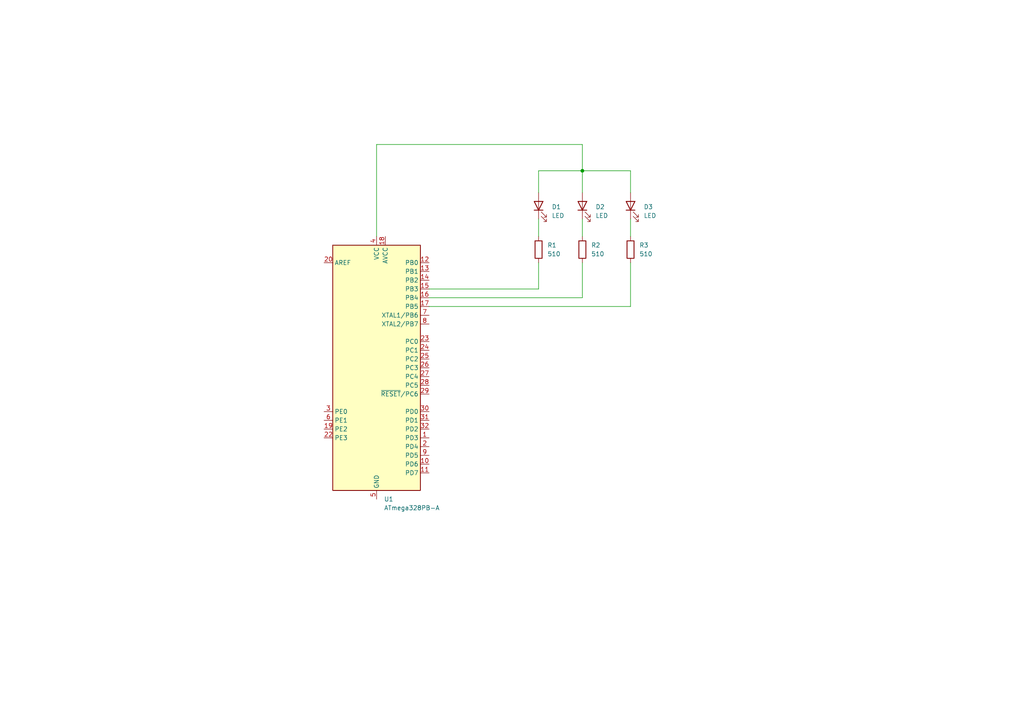
<source format=kicad_sch>
(kicad_sch
	(version 20250114)
	(generator "eeschema")
	(generator_version "9.0")
	(uuid "25a229dd-9bd7-4842-ae61-83ce5d45c13b")
	(paper "A4")
	(lib_symbols
		(symbol "Device:LED"
			(pin_numbers
				(hide yes)
			)
			(pin_names
				(offset 1.016)
				(hide yes)
			)
			(exclude_from_sim no)
			(in_bom yes)
			(on_board yes)
			(property "Reference" "D"
				(at 0 2.54 0)
				(effects
					(font
						(size 1.27 1.27)
					)
				)
			)
			(property "Value" "LED"
				(at 0 -2.54 0)
				(effects
					(font
						(size 1.27 1.27)
					)
				)
			)
			(property "Footprint" ""
				(at 0 0 0)
				(effects
					(font
						(size 1.27 1.27)
					)
					(hide yes)
				)
			)
			(property "Datasheet" "~"
				(at 0 0 0)
				(effects
					(font
						(size 1.27 1.27)
					)
					(hide yes)
				)
			)
			(property "Description" "Light emitting diode"
				(at 0 0 0)
				(effects
					(font
						(size 1.27 1.27)
					)
					(hide yes)
				)
			)
			(property "Sim.Pins" "1=K 2=A"
				(at 0 0 0)
				(effects
					(font
						(size 1.27 1.27)
					)
					(hide yes)
				)
			)
			(property "ki_keywords" "LED diode"
				(at 0 0 0)
				(effects
					(font
						(size 1.27 1.27)
					)
					(hide yes)
				)
			)
			(property "ki_fp_filters" "LED* LED_SMD:* LED_THT:*"
				(at 0 0 0)
				(effects
					(font
						(size 1.27 1.27)
					)
					(hide yes)
				)
			)
			(symbol "LED_0_1"
				(polyline
					(pts
						(xy -3.048 -0.762) (xy -4.572 -2.286) (xy -3.81 -2.286) (xy -4.572 -2.286) (xy -4.572 -1.524)
					)
					(stroke
						(width 0)
						(type default)
					)
					(fill
						(type none)
					)
				)
				(polyline
					(pts
						(xy -1.778 -0.762) (xy -3.302 -2.286) (xy -2.54 -2.286) (xy -3.302 -2.286) (xy -3.302 -1.524)
					)
					(stroke
						(width 0)
						(type default)
					)
					(fill
						(type none)
					)
				)
				(polyline
					(pts
						(xy -1.27 0) (xy 1.27 0)
					)
					(stroke
						(width 0)
						(type default)
					)
					(fill
						(type none)
					)
				)
				(polyline
					(pts
						(xy -1.27 -1.27) (xy -1.27 1.27)
					)
					(stroke
						(width 0.254)
						(type default)
					)
					(fill
						(type none)
					)
				)
				(polyline
					(pts
						(xy 1.27 -1.27) (xy 1.27 1.27) (xy -1.27 0) (xy 1.27 -1.27)
					)
					(stroke
						(width 0.254)
						(type default)
					)
					(fill
						(type none)
					)
				)
			)
			(symbol "LED_1_1"
				(pin passive line
					(at -3.81 0 0)
					(length 2.54)
					(name "K"
						(effects
							(font
								(size 1.27 1.27)
							)
						)
					)
					(number "1"
						(effects
							(font
								(size 1.27 1.27)
							)
						)
					)
				)
				(pin passive line
					(at 3.81 0 180)
					(length 2.54)
					(name "A"
						(effects
							(font
								(size 1.27 1.27)
							)
						)
					)
					(number "2"
						(effects
							(font
								(size 1.27 1.27)
							)
						)
					)
				)
			)
			(embedded_fonts no)
		)
		(symbol "Device:R"
			(pin_numbers
				(hide yes)
			)
			(pin_names
				(offset 0)
			)
			(exclude_from_sim no)
			(in_bom yes)
			(on_board yes)
			(property "Reference" "R"
				(at 2.032 0 90)
				(effects
					(font
						(size 1.27 1.27)
					)
				)
			)
			(property "Value" "R"
				(at 0 0 90)
				(effects
					(font
						(size 1.27 1.27)
					)
				)
			)
			(property "Footprint" ""
				(at -1.778 0 90)
				(effects
					(font
						(size 1.27 1.27)
					)
					(hide yes)
				)
			)
			(property "Datasheet" "~"
				(at 0 0 0)
				(effects
					(font
						(size 1.27 1.27)
					)
					(hide yes)
				)
			)
			(property "Description" "Resistor"
				(at 0 0 0)
				(effects
					(font
						(size 1.27 1.27)
					)
					(hide yes)
				)
			)
			(property "ki_keywords" "R res resistor"
				(at 0 0 0)
				(effects
					(font
						(size 1.27 1.27)
					)
					(hide yes)
				)
			)
			(property "ki_fp_filters" "R_*"
				(at 0 0 0)
				(effects
					(font
						(size 1.27 1.27)
					)
					(hide yes)
				)
			)
			(symbol "R_0_1"
				(rectangle
					(start -1.016 -2.54)
					(end 1.016 2.54)
					(stroke
						(width 0.254)
						(type default)
					)
					(fill
						(type none)
					)
				)
			)
			(symbol "R_1_1"
				(pin passive line
					(at 0 3.81 270)
					(length 1.27)
					(name "~"
						(effects
							(font
								(size 1.27 1.27)
							)
						)
					)
					(number "1"
						(effects
							(font
								(size 1.27 1.27)
							)
						)
					)
				)
				(pin passive line
					(at 0 -3.81 90)
					(length 1.27)
					(name "~"
						(effects
							(font
								(size 1.27 1.27)
							)
						)
					)
					(number "2"
						(effects
							(font
								(size 1.27 1.27)
							)
						)
					)
				)
			)
			(embedded_fonts no)
		)
		(symbol "MCU_Microchip_ATmega:ATmega328PB-A"
			(exclude_from_sim no)
			(in_bom yes)
			(on_board yes)
			(property "Reference" "U"
				(at -12.7 36.83 0)
				(effects
					(font
						(size 1.27 1.27)
					)
					(justify left bottom)
				)
			)
			(property "Value" "ATmega328PB-A"
				(at 2.54 -36.83 0)
				(effects
					(font
						(size 1.27 1.27)
					)
					(justify left top)
				)
			)
			(property "Footprint" "Package_QFP:TQFP-32_7x7mm_P0.8mm"
				(at 0 0 0)
				(effects
					(font
						(size 1.27 1.27)
						(italic yes)
					)
					(hide yes)
				)
			)
			(property "Datasheet" "http://ww1.microchip.com/downloads/en/DeviceDoc/40001906C.pdf"
				(at 0 0 0)
				(effects
					(font
						(size 1.27 1.27)
					)
					(hide yes)
				)
			)
			(property "Description" "20MHz, 32kB Flash, 2kB SRAM, 1kB EEPROM, TQFP-32"
				(at 0 0 0)
				(effects
					(font
						(size 1.27 1.27)
					)
					(hide yes)
				)
			)
			(property "ki_keywords" "AVR 8bit Microcontroller MegaAVR"
				(at 0 0 0)
				(effects
					(font
						(size 1.27 1.27)
					)
					(hide yes)
				)
			)
			(property "ki_fp_filters" "TQFP*7x7mm*P0.8mm*"
				(at 0 0 0)
				(effects
					(font
						(size 1.27 1.27)
					)
					(hide yes)
				)
			)
			(symbol "ATmega328PB-A_0_1"
				(rectangle
					(start -12.7 -35.56)
					(end 12.7 35.56)
					(stroke
						(width 0.254)
						(type default)
					)
					(fill
						(type background)
					)
				)
			)
			(symbol "ATmega328PB-A_1_1"
				(pin passive line
					(at -15.24 30.48 0)
					(length 2.54)
					(name "AREF"
						(effects
							(font
								(size 1.27 1.27)
							)
						)
					)
					(number "20"
						(effects
							(font
								(size 1.27 1.27)
							)
						)
					)
				)
				(pin bidirectional line
					(at -15.24 -12.7 0)
					(length 2.54)
					(name "PE0"
						(effects
							(font
								(size 1.27 1.27)
							)
						)
					)
					(number "3"
						(effects
							(font
								(size 1.27 1.27)
							)
						)
					)
				)
				(pin bidirectional line
					(at -15.24 -15.24 0)
					(length 2.54)
					(name "PE1"
						(effects
							(font
								(size 1.27 1.27)
							)
						)
					)
					(number "6"
						(effects
							(font
								(size 1.27 1.27)
							)
						)
					)
				)
				(pin bidirectional line
					(at -15.24 -17.78 0)
					(length 2.54)
					(name "PE2"
						(effects
							(font
								(size 1.27 1.27)
							)
						)
					)
					(number "19"
						(effects
							(font
								(size 1.27 1.27)
							)
						)
					)
				)
				(pin bidirectional line
					(at -15.24 -20.32 0)
					(length 2.54)
					(name "PE3"
						(effects
							(font
								(size 1.27 1.27)
							)
						)
					)
					(number "22"
						(effects
							(font
								(size 1.27 1.27)
							)
						)
					)
				)
				(pin power_in line
					(at 0 38.1 270)
					(length 2.54)
					(name "VCC"
						(effects
							(font
								(size 1.27 1.27)
							)
						)
					)
					(number "4"
						(effects
							(font
								(size 1.27 1.27)
							)
						)
					)
				)
				(pin passive line
					(at 0 -38.1 90)
					(length 2.54)
					(hide yes)
					(name "GND"
						(effects
							(font
								(size 1.27 1.27)
							)
						)
					)
					(number "21"
						(effects
							(font
								(size 1.27 1.27)
							)
						)
					)
				)
				(pin power_in line
					(at 0 -38.1 90)
					(length 2.54)
					(name "GND"
						(effects
							(font
								(size 1.27 1.27)
							)
						)
					)
					(number "5"
						(effects
							(font
								(size 1.27 1.27)
							)
						)
					)
				)
				(pin power_in line
					(at 2.54 38.1 270)
					(length 2.54)
					(name "AVCC"
						(effects
							(font
								(size 1.27 1.27)
							)
						)
					)
					(number "18"
						(effects
							(font
								(size 1.27 1.27)
							)
						)
					)
				)
				(pin bidirectional line
					(at 15.24 30.48 180)
					(length 2.54)
					(name "PB0"
						(effects
							(font
								(size 1.27 1.27)
							)
						)
					)
					(number "12"
						(effects
							(font
								(size 1.27 1.27)
							)
						)
					)
				)
				(pin bidirectional line
					(at 15.24 27.94 180)
					(length 2.54)
					(name "PB1"
						(effects
							(font
								(size 1.27 1.27)
							)
						)
					)
					(number "13"
						(effects
							(font
								(size 1.27 1.27)
							)
						)
					)
				)
				(pin bidirectional line
					(at 15.24 25.4 180)
					(length 2.54)
					(name "PB2"
						(effects
							(font
								(size 1.27 1.27)
							)
						)
					)
					(number "14"
						(effects
							(font
								(size 1.27 1.27)
							)
						)
					)
				)
				(pin bidirectional line
					(at 15.24 22.86 180)
					(length 2.54)
					(name "PB3"
						(effects
							(font
								(size 1.27 1.27)
							)
						)
					)
					(number "15"
						(effects
							(font
								(size 1.27 1.27)
							)
						)
					)
				)
				(pin bidirectional line
					(at 15.24 20.32 180)
					(length 2.54)
					(name "PB4"
						(effects
							(font
								(size 1.27 1.27)
							)
						)
					)
					(number "16"
						(effects
							(font
								(size 1.27 1.27)
							)
						)
					)
				)
				(pin bidirectional line
					(at 15.24 17.78 180)
					(length 2.54)
					(name "PB5"
						(effects
							(font
								(size 1.27 1.27)
							)
						)
					)
					(number "17"
						(effects
							(font
								(size 1.27 1.27)
							)
						)
					)
				)
				(pin bidirectional line
					(at 15.24 15.24 180)
					(length 2.54)
					(name "XTAL1/PB6"
						(effects
							(font
								(size 1.27 1.27)
							)
						)
					)
					(number "7"
						(effects
							(font
								(size 1.27 1.27)
							)
						)
					)
				)
				(pin bidirectional line
					(at 15.24 12.7 180)
					(length 2.54)
					(name "XTAL2/PB7"
						(effects
							(font
								(size 1.27 1.27)
							)
						)
					)
					(number "8"
						(effects
							(font
								(size 1.27 1.27)
							)
						)
					)
				)
				(pin bidirectional line
					(at 15.24 7.62 180)
					(length 2.54)
					(name "PC0"
						(effects
							(font
								(size 1.27 1.27)
							)
						)
					)
					(number "23"
						(effects
							(font
								(size 1.27 1.27)
							)
						)
					)
				)
				(pin bidirectional line
					(at 15.24 5.08 180)
					(length 2.54)
					(name "PC1"
						(effects
							(font
								(size 1.27 1.27)
							)
						)
					)
					(number "24"
						(effects
							(font
								(size 1.27 1.27)
							)
						)
					)
				)
				(pin bidirectional line
					(at 15.24 2.54 180)
					(length 2.54)
					(name "PC2"
						(effects
							(font
								(size 1.27 1.27)
							)
						)
					)
					(number "25"
						(effects
							(font
								(size 1.27 1.27)
							)
						)
					)
				)
				(pin bidirectional line
					(at 15.24 0 180)
					(length 2.54)
					(name "PC3"
						(effects
							(font
								(size 1.27 1.27)
							)
						)
					)
					(number "26"
						(effects
							(font
								(size 1.27 1.27)
							)
						)
					)
				)
				(pin bidirectional line
					(at 15.24 -2.54 180)
					(length 2.54)
					(name "PC4"
						(effects
							(font
								(size 1.27 1.27)
							)
						)
					)
					(number "27"
						(effects
							(font
								(size 1.27 1.27)
							)
						)
					)
				)
				(pin bidirectional line
					(at 15.24 -5.08 180)
					(length 2.54)
					(name "PC5"
						(effects
							(font
								(size 1.27 1.27)
							)
						)
					)
					(number "28"
						(effects
							(font
								(size 1.27 1.27)
							)
						)
					)
				)
				(pin bidirectional line
					(at 15.24 -7.62 180)
					(length 2.54)
					(name "~{RESET}/PC6"
						(effects
							(font
								(size 1.27 1.27)
							)
						)
					)
					(number "29"
						(effects
							(font
								(size 1.27 1.27)
							)
						)
					)
				)
				(pin bidirectional line
					(at 15.24 -12.7 180)
					(length 2.54)
					(name "PD0"
						(effects
							(font
								(size 1.27 1.27)
							)
						)
					)
					(number "30"
						(effects
							(font
								(size 1.27 1.27)
							)
						)
					)
				)
				(pin bidirectional line
					(at 15.24 -15.24 180)
					(length 2.54)
					(name "PD1"
						(effects
							(font
								(size 1.27 1.27)
							)
						)
					)
					(number "31"
						(effects
							(font
								(size 1.27 1.27)
							)
						)
					)
				)
				(pin bidirectional line
					(at 15.24 -17.78 180)
					(length 2.54)
					(name "PD2"
						(effects
							(font
								(size 1.27 1.27)
							)
						)
					)
					(number "32"
						(effects
							(font
								(size 1.27 1.27)
							)
						)
					)
				)
				(pin bidirectional line
					(at 15.24 -20.32 180)
					(length 2.54)
					(name "PD3"
						(effects
							(font
								(size 1.27 1.27)
							)
						)
					)
					(number "1"
						(effects
							(font
								(size 1.27 1.27)
							)
						)
					)
				)
				(pin bidirectional line
					(at 15.24 -22.86 180)
					(length 2.54)
					(name "PD4"
						(effects
							(font
								(size 1.27 1.27)
							)
						)
					)
					(number "2"
						(effects
							(font
								(size 1.27 1.27)
							)
						)
					)
				)
				(pin bidirectional line
					(at 15.24 -25.4 180)
					(length 2.54)
					(name "PD5"
						(effects
							(font
								(size 1.27 1.27)
							)
						)
					)
					(number "9"
						(effects
							(font
								(size 1.27 1.27)
							)
						)
					)
				)
				(pin bidirectional line
					(at 15.24 -27.94 180)
					(length 2.54)
					(name "PD6"
						(effects
							(font
								(size 1.27 1.27)
							)
						)
					)
					(number "10"
						(effects
							(font
								(size 1.27 1.27)
							)
						)
					)
				)
				(pin bidirectional line
					(at 15.24 -30.48 180)
					(length 2.54)
					(name "PD7"
						(effects
							(font
								(size 1.27 1.27)
							)
						)
					)
					(number "11"
						(effects
							(font
								(size 1.27 1.27)
							)
						)
					)
				)
			)
			(embedded_fonts no)
		)
	)
	(junction
		(at 168.91 49.53)
		(diameter 0)
		(color 0 0 0 0)
		(uuid "a5279757-ca5b-468e-96c0-58b47c180105")
	)
	(wire
		(pts
			(xy 182.88 88.9) (xy 124.46 88.9)
		)
		(stroke
			(width 0)
			(type default)
		)
		(uuid "00a26229-357d-4f93-acf7-d8cab2171928")
	)
	(wire
		(pts
			(xy 182.88 63.5) (xy 182.88 68.58)
		)
		(stroke
			(width 0)
			(type default)
		)
		(uuid "0262b224-2f2b-43a5-9d1e-887411a3b261")
	)
	(wire
		(pts
			(xy 168.91 49.53) (xy 168.91 55.88)
		)
		(stroke
			(width 0)
			(type default)
		)
		(uuid "06bab5c2-8548-464d-886d-974098ecf4d3")
	)
	(wire
		(pts
			(xy 109.22 41.91) (xy 109.22 68.58)
		)
		(stroke
			(width 0)
			(type default)
		)
		(uuid "159419b2-e687-4ee8-83fe-4bd7c09e98d6")
	)
	(wire
		(pts
			(xy 182.88 49.53) (xy 182.88 55.88)
		)
		(stroke
			(width 0)
			(type default)
		)
		(uuid "2df882bf-cf06-4877-8e99-473217f9d7bd")
	)
	(wire
		(pts
			(xy 168.91 63.5) (xy 168.91 68.58)
		)
		(stroke
			(width 0)
			(type default)
		)
		(uuid "40f0ea92-f701-44dd-b19e-ecd0f7b2a0d7")
	)
	(wire
		(pts
			(xy 156.21 63.5) (xy 156.21 68.58)
		)
		(stroke
			(width 0)
			(type default)
		)
		(uuid "75536c3d-d398-4570-ab34-1bbeb3d97080")
	)
	(wire
		(pts
			(xy 156.21 83.82) (xy 124.46 83.82)
		)
		(stroke
			(width 0)
			(type default)
		)
		(uuid "978438f6-1021-41cf-a0dc-66fd7f64af4c")
	)
	(wire
		(pts
			(xy 168.91 49.53) (xy 182.88 49.53)
		)
		(stroke
			(width 0)
			(type default)
		)
		(uuid "9d616ac7-a363-4297-acfd-82b743b977f2")
	)
	(wire
		(pts
			(xy 168.91 76.2) (xy 168.91 86.36)
		)
		(stroke
			(width 0)
			(type default)
		)
		(uuid "a5bd603e-e73a-4f30-91f1-fba7c40ad4ff")
	)
	(wire
		(pts
			(xy 156.21 76.2) (xy 156.21 83.82)
		)
		(stroke
			(width 0)
			(type default)
		)
		(uuid "afbf64e1-0223-4fab-b9d8-dfe4255eeeb0")
	)
	(wire
		(pts
			(xy 156.21 55.88) (xy 156.21 49.53)
		)
		(stroke
			(width 0)
			(type default)
		)
		(uuid "b14e3cff-5c72-4cd4-9d9f-18a343715096")
	)
	(wire
		(pts
			(xy 156.21 49.53) (xy 168.91 49.53)
		)
		(stroke
			(width 0)
			(type default)
		)
		(uuid "b6e2d0c8-afec-4c86-ab7c-4799929b6146")
	)
	(wire
		(pts
			(xy 182.88 76.2) (xy 182.88 88.9)
		)
		(stroke
			(width 0)
			(type default)
		)
		(uuid "bd9a94f0-3f75-4a3c-b446-5903183a4b88")
	)
	(wire
		(pts
			(xy 168.91 41.91) (xy 109.22 41.91)
		)
		(stroke
			(width 0)
			(type default)
		)
		(uuid "c277a4d5-7a43-415a-a8f6-0bbde135a92e")
	)
	(wire
		(pts
			(xy 168.91 49.53) (xy 168.91 41.91)
		)
		(stroke
			(width 0)
			(type default)
		)
		(uuid "d1905499-94c6-4b58-91d9-c3d600943da8")
	)
	(wire
		(pts
			(xy 168.91 86.36) (xy 124.46 86.36)
		)
		(stroke
			(width 0)
			(type default)
		)
		(uuid "fc79008c-cf1a-4e32-a059-05357db4db2f")
	)
	(symbol
		(lib_id "Device:R")
		(at 182.88 72.39 0)
		(unit 1)
		(exclude_from_sim no)
		(in_bom yes)
		(on_board yes)
		(dnp no)
		(fields_autoplaced yes)
		(uuid "51e52aa7-069d-4927-b0ed-376d949861a7")
		(property "Reference" "R3"
			(at 185.42 71.1199 0)
			(effects
				(font
					(size 1.27 1.27)
				)
				(justify left)
			)
		)
		(property "Value" "510"
			(at 185.42 73.6599 0)
			(effects
				(font
					(size 1.27 1.27)
				)
				(justify left)
			)
		)
		(property "Footprint" ""
			(at 181.102 72.39 90)
			(effects
				(font
					(size 1.27 1.27)
				)
				(hide yes)
			)
		)
		(property "Datasheet" "~"
			(at 182.88 72.39 0)
			(effects
				(font
					(size 1.27 1.27)
				)
				(hide yes)
			)
		)
		(property "Description" "Resistor"
			(at 182.88 72.39 0)
			(effects
				(font
					(size 1.27 1.27)
				)
				(hide yes)
			)
		)
		(pin "2"
			(uuid "f9702ce9-f8fb-48f1-9228-b2706d9f3653")
		)
		(pin "1"
			(uuid "cdaa0791-f633-4cd2-974d-bb28ae418a37")
		)
		(instances
			(project ""
				(path "/25a229dd-9bd7-4842-ae61-83ce5d45c13b"
					(reference "R3")
					(unit 1)
				)
			)
		)
	)
	(symbol
		(lib_id "Device:LED")
		(at 168.91 59.69 90)
		(unit 1)
		(exclude_from_sim no)
		(in_bom yes)
		(on_board yes)
		(dnp no)
		(fields_autoplaced yes)
		(uuid "6c04c882-ee2b-4ab8-ae91-fee9ef1d1e30")
		(property "Reference" "D2"
			(at 172.72 60.0074 90)
			(effects
				(font
					(size 1.27 1.27)
				)
				(justify right)
			)
		)
		(property "Value" "LED"
			(at 172.72 62.5474 90)
			(effects
				(font
					(size 1.27 1.27)
				)
				(justify right)
			)
		)
		(property "Footprint" ""
			(at 168.91 59.69 0)
			(effects
				(font
					(size 1.27 1.27)
				)
				(hide yes)
			)
		)
		(property "Datasheet" "~"
			(at 168.91 59.69 0)
			(effects
				(font
					(size 1.27 1.27)
				)
				(hide yes)
			)
		)
		(property "Description" "Light emitting diode"
			(at 168.91 59.69 0)
			(effects
				(font
					(size 1.27 1.27)
				)
				(hide yes)
			)
		)
		(property "Sim.Pins" "1=K 2=A"
			(at 168.91 59.69 0)
			(effects
				(font
					(size 1.27 1.27)
				)
				(hide yes)
			)
		)
		(pin "1"
			(uuid "27bbefac-6e1a-43ed-b4db-38039cdebaea")
		)
		(pin "2"
			(uuid "e43b3030-31ec-4f44-a779-6f37e271aa0c")
		)
		(instances
			(project ""
				(path "/25a229dd-9bd7-4842-ae61-83ce5d45c13b"
					(reference "D2")
					(unit 1)
				)
			)
		)
	)
	(symbol
		(lib_id "Device:R")
		(at 168.91 72.39 180)
		(unit 1)
		(exclude_from_sim no)
		(in_bom yes)
		(on_board yes)
		(dnp no)
		(fields_autoplaced yes)
		(uuid "82c62c1d-12af-4f94-a1b4-877d71e8821a")
		(property "Reference" "R2"
			(at 171.45 71.1199 0)
			(effects
				(font
					(size 1.27 1.27)
				)
				(justify right)
			)
		)
		(property "Value" "510"
			(at 171.45 73.6599 0)
			(effects
				(font
					(size 1.27 1.27)
				)
				(justify right)
			)
		)
		(property "Footprint" ""
			(at 170.688 72.39 90)
			(effects
				(font
					(size 1.27 1.27)
				)
				(hide yes)
			)
		)
		(property "Datasheet" "~"
			(at 168.91 72.39 0)
			(effects
				(font
					(size 1.27 1.27)
				)
				(hide yes)
			)
		)
		(property "Description" "Resistor"
			(at 168.91 72.39 0)
			(effects
				(font
					(size 1.27 1.27)
				)
				(hide yes)
			)
		)
		(pin "1"
			(uuid "918613b2-63fa-423a-b4ab-4a0c32723122")
		)
		(pin "2"
			(uuid "87695968-1939-43e9-baf9-c74ee7c7900b")
		)
		(instances
			(project ""
				(path "/25a229dd-9bd7-4842-ae61-83ce5d45c13b"
					(reference "R2")
					(unit 1)
				)
			)
		)
	)
	(symbol
		(lib_id "MCU_Microchip_ATmega:ATmega328PB-A")
		(at 109.22 106.68 0)
		(unit 1)
		(exclude_from_sim no)
		(in_bom yes)
		(on_board yes)
		(dnp no)
		(fields_autoplaced yes)
		(uuid "852650f9-540f-43b8-844a-5aca9c1d58e2")
		(property "Reference" "U1"
			(at 111.3633 144.78 0)
			(effects
				(font
					(size 1.27 1.27)
				)
				(justify left)
			)
		)
		(property "Value" "ATmega328PB-A"
			(at 111.3633 147.32 0)
			(effects
				(font
					(size 1.27 1.27)
				)
				(justify left)
			)
		)
		(property "Footprint" "Package_QFP:TQFP-32_7x7mm_P0.8mm"
			(at 109.22 106.68 0)
			(effects
				(font
					(size 1.27 1.27)
					(italic yes)
				)
				(hide yes)
			)
		)
		(property "Datasheet" "http://ww1.microchip.com/downloads/en/DeviceDoc/40001906C.pdf"
			(at 109.22 106.68 0)
			(effects
				(font
					(size 1.27 1.27)
				)
				(hide yes)
			)
		)
		(property "Description" "20MHz, 32kB Flash, 2kB SRAM, 1kB EEPROM, TQFP-32"
			(at 109.22 106.68 0)
			(effects
				(font
					(size 1.27 1.27)
				)
				(hide yes)
			)
		)
		(pin "28"
			(uuid "13a6e17d-8937-4fc7-ba19-7259b1adeef9")
		)
		(pin "14"
			(uuid "ccd3c091-33a5-4703-88a9-f89e4f63f3f6")
		)
		(pin "5"
			(uuid "248f5385-4a40-4c69-aedd-0581ba77f06b")
		)
		(pin "23"
			(uuid "12b54c70-c90b-46cf-9ad1-f5078bc33ae6")
		)
		(pin "16"
			(uuid "d275b1a2-1800-4b9e-9558-8950a9b796de")
		)
		(pin "7"
			(uuid "6b6c369b-83ea-47c6-8f11-f37f8e6e5ed4")
		)
		(pin "26"
			(uuid "9ac62617-d017-4dfc-8361-f3a949494000")
		)
		(pin "11"
			(uuid "3162f412-d38a-4f81-9a3c-fade78b34f96")
		)
		(pin "6"
			(uuid "facc0897-e011-408f-89c9-9d58e3df3202")
		)
		(pin "22"
			(uuid "e76fd9d1-1ab5-416e-8e51-ed12c6ef5054")
		)
		(pin "19"
			(uuid "9006ddc7-0ac5-4446-9ccf-594089baac30")
		)
		(pin "27"
			(uuid "51950df8-1e6a-453f-b89c-e17fe791be67")
		)
		(pin "18"
			(uuid "04593d74-11b4-46a9-87cb-f834fe7c100a")
		)
		(pin "12"
			(uuid "ee28895a-2afd-43f2-8302-3a533ffcbeca")
		)
		(pin "20"
			(uuid "61c5989e-8e7b-4944-9282-df43e5cb48c5")
		)
		(pin "17"
			(uuid "8a8ca554-ca22-4cde-b42d-e3a5d5c648db")
		)
		(pin "3"
			(uuid "0feb73df-59eb-424e-a212-8ce91b1e5674")
		)
		(pin "8"
			(uuid "1a50da29-75e2-4c8b-9deb-c8ee552fefa9")
		)
		(pin "15"
			(uuid "670ebaf8-c327-49f7-8dc9-3f3c50e6baac")
		)
		(pin "24"
			(uuid "385d0aa7-c080-4a75-b167-0467fb1287b9")
		)
		(pin "29"
			(uuid "be126b61-dfaa-4b9d-8de6-5a0882cfa867")
		)
		(pin "21"
			(uuid "3433ca7d-3bea-4acb-b572-9c248a34e552")
		)
		(pin "13"
			(uuid "26661dff-e37c-40cc-98f3-d8b6c4d2d5ad")
		)
		(pin "25"
			(uuid "a849360a-5062-4e04-aaeb-904fd1cfde10")
		)
		(pin "4"
			(uuid "c4535e53-e36e-4971-a14b-7d832d4ffa39")
		)
		(pin "31"
			(uuid "ce90f93d-6e44-4a22-909d-847595ef4255")
		)
		(pin "2"
			(uuid "bc794da9-d833-4dca-9811-b4ae58193132")
		)
		(pin "32"
			(uuid "a6d0b16c-4fc1-41b8-b8f1-5c8b56d4939a")
		)
		(pin "30"
			(uuid "3f092d46-b543-4a29-a80d-00848bedd005")
		)
		(pin "1"
			(uuid "5c90a2e2-3209-40f5-a508-27049a25f7d0")
		)
		(pin "10"
			(uuid "9bac8494-a455-4e75-866a-80ed1bac7a43")
		)
		(pin "9"
			(uuid "27ace518-857b-4ac8-afc2-700bbe37eb56")
		)
		(instances
			(project ""
				(path "/25a229dd-9bd7-4842-ae61-83ce5d45c13b"
					(reference "U1")
					(unit 1)
				)
			)
		)
	)
	(symbol
		(lib_id "Device:LED")
		(at 182.88 59.69 90)
		(unit 1)
		(exclude_from_sim no)
		(in_bom yes)
		(on_board yes)
		(dnp no)
		(fields_autoplaced yes)
		(uuid "e662a66d-b331-43bd-a794-bc20567e7f3f")
		(property "Reference" "D3"
			(at 186.69 60.0074 90)
			(effects
				(font
					(size 1.27 1.27)
				)
				(justify right)
			)
		)
		(property "Value" "LED"
			(at 186.69 62.5474 90)
			(effects
				(font
					(size 1.27 1.27)
				)
				(justify right)
			)
		)
		(property "Footprint" ""
			(at 182.88 59.69 0)
			(effects
				(font
					(size 1.27 1.27)
				)
				(hide yes)
			)
		)
		(property "Datasheet" "~"
			(at 182.88 59.69 0)
			(effects
				(font
					(size 1.27 1.27)
				)
				(hide yes)
			)
		)
		(property "Description" "Light emitting diode"
			(at 182.88 59.69 0)
			(effects
				(font
					(size 1.27 1.27)
				)
				(hide yes)
			)
		)
		(property "Sim.Pins" "1=K 2=A"
			(at 182.88 59.69 0)
			(effects
				(font
					(size 1.27 1.27)
				)
				(hide yes)
			)
		)
		(pin "2"
			(uuid "d1cdcc8a-1f57-44ef-8ff8-8527b7bebaee")
		)
		(pin "1"
			(uuid "51cfc195-c3c8-4438-94ae-8746feeb381a")
		)
		(instances
			(project ""
				(path "/25a229dd-9bd7-4842-ae61-83ce5d45c13b"
					(reference "D3")
					(unit 1)
				)
			)
		)
	)
	(symbol
		(lib_id "Device:R")
		(at 156.21 72.39 0)
		(unit 1)
		(exclude_from_sim no)
		(in_bom yes)
		(on_board yes)
		(dnp no)
		(fields_autoplaced yes)
		(uuid "ed7c7de6-3b6e-4c16-beb6-7b7f1dff8d0d")
		(property "Reference" "R1"
			(at 158.75 71.1199 0)
			(effects
				(font
					(size 1.27 1.27)
				)
				(justify left)
			)
		)
		(property "Value" "510"
			(at 158.75 73.6599 0)
			(effects
				(font
					(size 1.27 1.27)
				)
				(justify left)
			)
		)
		(property "Footprint" ""
			(at 154.432 72.39 90)
			(effects
				(font
					(size 1.27 1.27)
				)
				(hide yes)
			)
		)
		(property "Datasheet" "~"
			(at 156.21 72.39 0)
			(effects
				(font
					(size 1.27 1.27)
				)
				(hide yes)
			)
		)
		(property "Description" "Resistor"
			(at 156.21 72.39 0)
			(effects
				(font
					(size 1.27 1.27)
				)
				(hide yes)
			)
		)
		(pin "1"
			(uuid "3a68a236-27ac-4d02-a415-ecd986e96658")
		)
		(pin "2"
			(uuid "821ce060-4633-431f-b7ac-877a21673350")
		)
		(instances
			(project ""
				(path "/25a229dd-9bd7-4842-ae61-83ce5d45c13b"
					(reference "R1")
					(unit 1)
				)
			)
		)
	)
	(symbol
		(lib_id "Device:LED")
		(at 156.21 59.69 90)
		(unit 1)
		(exclude_from_sim no)
		(in_bom yes)
		(on_board yes)
		(dnp no)
		(fields_autoplaced yes)
		(uuid "f8d50b68-3686-4928-a8d2-21929009a8c8")
		(property "Reference" "D1"
			(at 160.02 60.0074 90)
			(effects
				(font
					(size 1.27 1.27)
				)
				(justify right)
			)
		)
		(property "Value" "LED"
			(at 160.02 62.5474 90)
			(effects
				(font
					(size 1.27 1.27)
				)
				(justify right)
			)
		)
		(property "Footprint" ""
			(at 156.21 59.69 0)
			(effects
				(font
					(size 1.27 1.27)
				)
				(hide yes)
			)
		)
		(property "Datasheet" "~"
			(at 156.21 59.69 0)
			(effects
				(font
					(size 1.27 1.27)
				)
				(hide yes)
			)
		)
		(property "Description" "Light emitting diode"
			(at 156.21 59.69 0)
			(effects
				(font
					(size 1.27 1.27)
				)
				(hide yes)
			)
		)
		(property "Sim.Pins" "1=K 2=A"
			(at 156.21 59.69 0)
			(effects
				(font
					(size 1.27 1.27)
				)
				(hide yes)
			)
		)
		(pin "1"
			(uuid "75c36315-ba00-422c-bf3a-97f721e2537d")
		)
		(pin "2"
			(uuid "22b09054-c4df-42ed-aa84-f511a3fde8e5")
		)
		(instances
			(project ""
				(path "/25a229dd-9bd7-4842-ae61-83ce5d45c13b"
					(reference "D1")
					(unit 1)
				)
			)
		)
	)
	(sheet_instances
		(path "/"
			(page "1")
		)
	)
	(embedded_fonts no)
)

</source>
